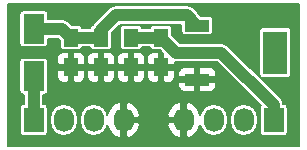
<source format=gbl>
G04 #@! TF.FileFunction,Copper,L2,Bot,Signal*
%FSLAX46Y46*%
G04 Gerber Fmt 4.6, Leading zero omitted, Abs format (unit mm)*
G04 Created by KiCad (PCBNEW 4.0.0-1rc2.201511201506+6189~38~ubuntu14.04.1-stable) date zo 29 nov 2015 16:22:11 CET*
%MOMM*%
G01*
G04 APERTURE LIST*
%ADD10C,0.100000*%
%ADD11R,1.727200X2.032000*%
%ADD12O,1.727200X2.032000*%
%ADD13R,2.032000X3.657600*%
%ADD14R,2.032000X1.016000*%
%ADD15R,1.250000X1.500000*%
%ADD16R,1.800860X2.499360*%
%ADD17C,1.016000*%
%ADD18C,0.127000*%
G04 APERTURE END LIST*
D10*
D11*
X256540000Y-134620000D03*
D12*
X254000000Y-134620000D03*
X251460000Y-134620000D03*
X248920000Y-134620000D03*
D11*
X236220000Y-134620000D03*
D12*
X238760000Y-134620000D03*
X241300000Y-134620000D03*
X243840000Y-134620000D03*
D13*
X256667000Y-128905000D03*
D14*
X250063000Y-128905000D03*
X250063000Y-126619000D03*
X250063000Y-131191000D03*
D15*
X239395000Y-127655000D03*
X239395000Y-130155000D03*
X241935000Y-127655000D03*
X241935000Y-130155000D03*
X244475000Y-127655000D03*
X244475000Y-130155000D03*
X247015000Y-127655000D03*
X247015000Y-130155000D03*
D16*
X236220000Y-126906020D03*
X236220000Y-130903980D03*
D17*
X236220000Y-134620000D02*
X236220000Y-130903980D01*
X247015000Y-127655000D02*
X248265000Y-128905000D01*
X248265000Y-128905000D02*
X250063000Y-128905000D01*
X244475000Y-127655000D02*
X247015000Y-127655000D01*
X256540000Y-134620000D02*
X256540000Y-133350000D01*
X256540000Y-133350000D02*
X252095000Y-128905000D01*
X252095000Y-128905000D02*
X250063000Y-128905000D01*
X241935000Y-127655000D02*
X241935000Y-127000000D01*
X241935000Y-127000000D02*
X243205000Y-125730000D01*
X249174000Y-125730000D02*
X250063000Y-126619000D01*
X243205000Y-125730000D02*
X249174000Y-125730000D01*
X239395000Y-127655000D02*
X241935000Y-127655000D01*
X236220000Y-126906020D02*
X238646020Y-126906020D01*
X238646020Y-126906020D02*
X239395000Y-127655000D01*
D18*
G36*
X258712500Y-136792500D02*
X234047500Y-136792500D01*
X234047500Y-129654300D01*
X234995850Y-129654300D01*
X234995850Y-132153660D01*
X235017989Y-132271318D01*
X235087525Y-132379381D01*
X235193625Y-132451875D01*
X235319570Y-132477380D01*
X235394500Y-132477380D01*
X235394500Y-133280280D01*
X235356400Y-133280280D01*
X235238742Y-133302419D01*
X235130679Y-133371955D01*
X235058185Y-133478055D01*
X235032680Y-133604000D01*
X235032680Y-135636000D01*
X235054819Y-135753658D01*
X235124355Y-135861721D01*
X235230455Y-135934215D01*
X235356400Y-135959720D01*
X237083600Y-135959720D01*
X237201258Y-135937581D01*
X237309321Y-135868045D01*
X237381815Y-135761945D01*
X237407320Y-135636000D01*
X237407320Y-134441475D01*
X237578900Y-134441475D01*
X237578900Y-134798525D01*
X237668806Y-135250512D01*
X237924836Y-135633689D01*
X238308013Y-135889719D01*
X238760000Y-135979625D01*
X239211987Y-135889719D01*
X239595164Y-135633689D01*
X239851194Y-135250512D01*
X239941100Y-134798525D01*
X239941100Y-134441475D01*
X240118900Y-134441475D01*
X240118900Y-134798525D01*
X240208806Y-135250512D01*
X240464836Y-135633689D01*
X240848013Y-135889719D01*
X241300000Y-135979625D01*
X241751987Y-135889719D01*
X242135164Y-135633689D01*
X242391194Y-135250512D01*
X242433167Y-135039498D01*
X242638438Y-135553403D01*
X243028778Y-135953771D01*
X243429333Y-136147487D01*
X243649500Y-136050506D01*
X243649500Y-134810500D01*
X244030500Y-134810500D01*
X244030500Y-136050506D01*
X244250667Y-136147487D01*
X244651222Y-135953771D01*
X245041562Y-135553403D01*
X245248975Y-135034135D01*
X247511025Y-135034135D01*
X247718438Y-135553403D01*
X248108778Y-135953771D01*
X248509333Y-136147487D01*
X248729500Y-136050506D01*
X248729500Y-134810500D01*
X247630303Y-134810500D01*
X247511025Y-135034135D01*
X245248975Y-135034135D01*
X245129697Y-134810500D01*
X244030500Y-134810500D01*
X243649500Y-134810500D01*
X243629500Y-134810500D01*
X243629500Y-134429500D01*
X243649500Y-134429500D01*
X243649500Y-133189494D01*
X244030500Y-133189494D01*
X244030500Y-134429500D01*
X245129697Y-134429500D01*
X245248975Y-134205865D01*
X247511025Y-134205865D01*
X247630303Y-134429500D01*
X248729500Y-134429500D01*
X248729500Y-133189494D01*
X249110500Y-133189494D01*
X249110500Y-134429500D01*
X249130500Y-134429500D01*
X249130500Y-134810500D01*
X249110500Y-134810500D01*
X249110500Y-136050506D01*
X249330667Y-136147487D01*
X249731222Y-135953771D01*
X250121562Y-135553403D01*
X250326833Y-135039498D01*
X250368806Y-135250512D01*
X250624836Y-135633689D01*
X251008013Y-135889719D01*
X251460000Y-135979625D01*
X251911987Y-135889719D01*
X252295164Y-135633689D01*
X252551194Y-135250512D01*
X252641100Y-134798525D01*
X252641100Y-134441475D01*
X252818900Y-134441475D01*
X252818900Y-134798525D01*
X252908806Y-135250512D01*
X253164836Y-135633689D01*
X253548013Y-135889719D01*
X254000000Y-135979625D01*
X254451987Y-135889719D01*
X254835164Y-135633689D01*
X255091194Y-135250512D01*
X255181100Y-134798525D01*
X255181100Y-134441475D01*
X255091194Y-133989488D01*
X254835164Y-133606311D01*
X254451987Y-133350281D01*
X254000000Y-133260375D01*
X253548013Y-133350281D01*
X253164836Y-133606311D01*
X252908806Y-133989488D01*
X252818900Y-134441475D01*
X252641100Y-134441475D01*
X252551194Y-133989488D01*
X252295164Y-133606311D01*
X251911987Y-133350281D01*
X251460000Y-133260375D01*
X251008013Y-133350281D01*
X250624836Y-133606311D01*
X250368806Y-133989488D01*
X250326833Y-134200502D01*
X250121562Y-133686597D01*
X249731222Y-133286229D01*
X249330667Y-133092513D01*
X249110500Y-133189494D01*
X248729500Y-133189494D01*
X248509333Y-133092513D01*
X248108778Y-133286229D01*
X247718438Y-133686597D01*
X247511025Y-134205865D01*
X245248975Y-134205865D01*
X245041562Y-133686597D01*
X244651222Y-133286229D01*
X244250667Y-133092513D01*
X244030500Y-133189494D01*
X243649500Y-133189494D01*
X243429333Y-133092513D01*
X243028778Y-133286229D01*
X242638438Y-133686597D01*
X242433167Y-134200502D01*
X242391194Y-133989488D01*
X242135164Y-133606311D01*
X241751987Y-133350281D01*
X241300000Y-133260375D01*
X240848013Y-133350281D01*
X240464836Y-133606311D01*
X240208806Y-133989488D01*
X240118900Y-134441475D01*
X239941100Y-134441475D01*
X239851194Y-133989488D01*
X239595164Y-133606311D01*
X239211987Y-133350281D01*
X238760000Y-133260375D01*
X238308013Y-133350281D01*
X237924836Y-133606311D01*
X237668806Y-133989488D01*
X237578900Y-134441475D01*
X237407320Y-134441475D01*
X237407320Y-133604000D01*
X237385181Y-133486342D01*
X237315645Y-133378279D01*
X237209545Y-133305785D01*
X237083600Y-133280280D01*
X237045500Y-133280280D01*
X237045500Y-132477380D01*
X237120430Y-132477380D01*
X237238088Y-132455241D01*
X237346151Y-132385705D01*
X237418645Y-132279605D01*
X237444150Y-132153660D01*
X237444150Y-131524375D01*
X248475500Y-131524375D01*
X248475500Y-131812678D01*
X248562506Y-132022728D01*
X248723271Y-132183494D01*
X248933321Y-132270500D01*
X249729625Y-132270500D01*
X249872500Y-132127625D01*
X249872500Y-131381500D01*
X250253500Y-131381500D01*
X250253500Y-132127625D01*
X250396375Y-132270500D01*
X251192679Y-132270500D01*
X251402729Y-132183494D01*
X251563494Y-132022728D01*
X251650500Y-131812678D01*
X251650500Y-131524375D01*
X251507625Y-131381500D01*
X250253500Y-131381500D01*
X249872500Y-131381500D01*
X248618375Y-131381500D01*
X248475500Y-131524375D01*
X237444150Y-131524375D01*
X237444150Y-130488375D01*
X238198500Y-130488375D01*
X238198500Y-131018678D01*
X238285506Y-131228728D01*
X238446271Y-131389494D01*
X238656321Y-131476500D01*
X239061625Y-131476500D01*
X239204500Y-131333625D01*
X239204500Y-130345500D01*
X239585500Y-130345500D01*
X239585500Y-131333625D01*
X239728375Y-131476500D01*
X240133679Y-131476500D01*
X240343729Y-131389494D01*
X240504494Y-131228728D01*
X240591500Y-131018678D01*
X240591500Y-130488375D01*
X240738500Y-130488375D01*
X240738500Y-131018678D01*
X240825506Y-131228728D01*
X240986271Y-131389494D01*
X241196321Y-131476500D01*
X241601625Y-131476500D01*
X241744500Y-131333625D01*
X241744500Y-130345500D01*
X242125500Y-130345500D01*
X242125500Y-131333625D01*
X242268375Y-131476500D01*
X242673679Y-131476500D01*
X242883729Y-131389494D01*
X243044494Y-131228728D01*
X243131500Y-131018678D01*
X243131500Y-130488375D01*
X243278500Y-130488375D01*
X243278500Y-131018678D01*
X243365506Y-131228728D01*
X243526271Y-131389494D01*
X243736321Y-131476500D01*
X244141625Y-131476500D01*
X244284500Y-131333625D01*
X244284500Y-130345500D01*
X244665500Y-130345500D01*
X244665500Y-131333625D01*
X244808375Y-131476500D01*
X245213679Y-131476500D01*
X245423729Y-131389494D01*
X245584494Y-131228728D01*
X245671500Y-131018678D01*
X245671500Y-130488375D01*
X245818500Y-130488375D01*
X245818500Y-131018678D01*
X245905506Y-131228728D01*
X246066271Y-131389494D01*
X246276321Y-131476500D01*
X246681625Y-131476500D01*
X246824500Y-131333625D01*
X246824500Y-130345500D01*
X247205500Y-130345500D01*
X247205500Y-131333625D01*
X247348375Y-131476500D01*
X247753679Y-131476500D01*
X247963729Y-131389494D01*
X248124494Y-131228728D01*
X248211500Y-131018678D01*
X248211500Y-130569322D01*
X248475500Y-130569322D01*
X248475500Y-130857625D01*
X248618375Y-131000500D01*
X249872500Y-131000500D01*
X249872500Y-130254375D01*
X250253500Y-130254375D01*
X250253500Y-131000500D01*
X251507625Y-131000500D01*
X251650500Y-130857625D01*
X251650500Y-130569322D01*
X251563494Y-130359272D01*
X251402729Y-130198506D01*
X251192679Y-130111500D01*
X250396375Y-130111500D01*
X250253500Y-130254375D01*
X249872500Y-130254375D01*
X249729625Y-130111500D01*
X248933321Y-130111500D01*
X248723271Y-130198506D01*
X248562506Y-130359272D01*
X248475500Y-130569322D01*
X248211500Y-130569322D01*
X248211500Y-130488375D01*
X248068625Y-130345500D01*
X247205500Y-130345500D01*
X246824500Y-130345500D01*
X245961375Y-130345500D01*
X245818500Y-130488375D01*
X245671500Y-130488375D01*
X245528625Y-130345500D01*
X244665500Y-130345500D01*
X244284500Y-130345500D01*
X243421375Y-130345500D01*
X243278500Y-130488375D01*
X243131500Y-130488375D01*
X242988625Y-130345500D01*
X242125500Y-130345500D01*
X241744500Y-130345500D01*
X240881375Y-130345500D01*
X240738500Y-130488375D01*
X240591500Y-130488375D01*
X240448625Y-130345500D01*
X239585500Y-130345500D01*
X239204500Y-130345500D01*
X238341375Y-130345500D01*
X238198500Y-130488375D01*
X237444150Y-130488375D01*
X237444150Y-129654300D01*
X237422011Y-129536642D01*
X237352475Y-129428579D01*
X237246375Y-129356085D01*
X237120430Y-129330580D01*
X235319570Y-129330580D01*
X235201912Y-129352719D01*
X235093849Y-129422255D01*
X235021355Y-129528355D01*
X234995850Y-129654300D01*
X234047500Y-129654300D01*
X234047500Y-129291322D01*
X238198500Y-129291322D01*
X238198500Y-129821625D01*
X238341375Y-129964500D01*
X239204500Y-129964500D01*
X239204500Y-128976375D01*
X239585500Y-128976375D01*
X239585500Y-129964500D01*
X240448625Y-129964500D01*
X240591500Y-129821625D01*
X240591500Y-129291322D01*
X240738500Y-129291322D01*
X240738500Y-129821625D01*
X240881375Y-129964500D01*
X241744500Y-129964500D01*
X241744500Y-128976375D01*
X242125500Y-128976375D01*
X242125500Y-129964500D01*
X242988625Y-129964500D01*
X243131500Y-129821625D01*
X243131500Y-129291322D01*
X243278500Y-129291322D01*
X243278500Y-129821625D01*
X243421375Y-129964500D01*
X244284500Y-129964500D01*
X244284500Y-128976375D01*
X244665500Y-128976375D01*
X244665500Y-129964500D01*
X245528625Y-129964500D01*
X245671500Y-129821625D01*
X245671500Y-129291322D01*
X245818500Y-129291322D01*
X245818500Y-129821625D01*
X245961375Y-129964500D01*
X246824500Y-129964500D01*
X246824500Y-128976375D01*
X246681625Y-128833500D01*
X246276321Y-128833500D01*
X246066271Y-128920506D01*
X245905506Y-129081272D01*
X245818500Y-129291322D01*
X245671500Y-129291322D01*
X245584494Y-129081272D01*
X245423729Y-128920506D01*
X245213679Y-128833500D01*
X244808375Y-128833500D01*
X244665500Y-128976375D01*
X244284500Y-128976375D01*
X244141625Y-128833500D01*
X243736321Y-128833500D01*
X243526271Y-128920506D01*
X243365506Y-129081272D01*
X243278500Y-129291322D01*
X243131500Y-129291322D01*
X243044494Y-129081272D01*
X242883729Y-128920506D01*
X242673679Y-128833500D01*
X242268375Y-128833500D01*
X242125500Y-128976375D01*
X241744500Y-128976375D01*
X241601625Y-128833500D01*
X241196321Y-128833500D01*
X240986271Y-128920506D01*
X240825506Y-129081272D01*
X240738500Y-129291322D01*
X240591500Y-129291322D01*
X240504494Y-129081272D01*
X240343729Y-128920506D01*
X240133679Y-128833500D01*
X239728375Y-128833500D01*
X239585500Y-128976375D01*
X239204500Y-128976375D01*
X239061625Y-128833500D01*
X238656321Y-128833500D01*
X238446271Y-128920506D01*
X238285506Y-129081272D01*
X238198500Y-129291322D01*
X234047500Y-129291322D01*
X234047500Y-125656340D01*
X234995850Y-125656340D01*
X234995850Y-128155700D01*
X235017989Y-128273358D01*
X235087525Y-128381421D01*
X235193625Y-128453915D01*
X235319570Y-128479420D01*
X237120430Y-128479420D01*
X237238088Y-128457281D01*
X237346151Y-128387745D01*
X237418645Y-128281645D01*
X237444150Y-128155700D01*
X237444150Y-127731520D01*
X238304086Y-127731520D01*
X238446280Y-127873713D01*
X238446280Y-128405000D01*
X238468419Y-128522658D01*
X238537955Y-128630721D01*
X238644055Y-128703215D01*
X238770000Y-128728720D01*
X240020000Y-128728720D01*
X240137658Y-128706581D01*
X240245721Y-128637045D01*
X240318215Y-128530945D01*
X240328431Y-128480500D01*
X241000486Y-128480500D01*
X241008419Y-128522658D01*
X241077955Y-128630721D01*
X241184055Y-128703215D01*
X241310000Y-128728720D01*
X242560000Y-128728720D01*
X242677658Y-128706581D01*
X242785721Y-128637045D01*
X242858215Y-128530945D01*
X242883720Y-128405000D01*
X242883720Y-127218714D01*
X243197433Y-126905000D01*
X243526280Y-126905000D01*
X243526280Y-128405000D01*
X243548419Y-128522658D01*
X243617955Y-128630721D01*
X243724055Y-128703215D01*
X243850000Y-128728720D01*
X245100000Y-128728720D01*
X245217658Y-128706581D01*
X245325721Y-128637045D01*
X245398215Y-128530945D01*
X245408431Y-128480500D01*
X246080486Y-128480500D01*
X246088419Y-128522658D01*
X246157955Y-128630721D01*
X246264055Y-128703215D01*
X246390000Y-128728720D01*
X246921286Y-128728720D01*
X247205500Y-129012934D01*
X247205500Y-129964500D01*
X248068625Y-129964500D01*
X248211500Y-129821625D01*
X248211500Y-129719859D01*
X248265000Y-129730501D01*
X248265005Y-129730500D01*
X249016285Y-129730500D01*
X249047000Y-129736720D01*
X251079000Y-129736720D01*
X251112056Y-129730500D01*
X251753066Y-129730500D01*
X255427884Y-133405317D01*
X255378185Y-133478055D01*
X255352680Y-133604000D01*
X255352680Y-135636000D01*
X255374819Y-135753658D01*
X255444355Y-135861721D01*
X255550455Y-135934215D01*
X255676400Y-135959720D01*
X257403600Y-135959720D01*
X257521258Y-135937581D01*
X257629321Y-135868045D01*
X257701815Y-135761945D01*
X257727320Y-135636000D01*
X257727320Y-133604000D01*
X257705181Y-133486342D01*
X257635645Y-133378279D01*
X257529545Y-133305785D01*
X257403600Y-133280280D01*
X257351632Y-133280280D01*
X257302663Y-133034095D01*
X257302663Y-133034094D01*
X257230987Y-132926824D01*
X257123717Y-132766283D01*
X257123714Y-132766281D01*
X252678717Y-128321283D01*
X252410906Y-128142337D01*
X252095000Y-128079500D01*
X251109715Y-128079500D01*
X251079000Y-128073280D01*
X249047000Y-128073280D01*
X249013944Y-128079500D01*
X248606934Y-128079500D01*
X247963720Y-127436286D01*
X247963720Y-126905000D01*
X247941581Y-126787342D01*
X247872045Y-126679279D01*
X247765945Y-126606785D01*
X247640000Y-126581280D01*
X246390000Y-126581280D01*
X246272342Y-126603419D01*
X246164279Y-126672955D01*
X246091785Y-126779055D01*
X246081569Y-126829500D01*
X245409514Y-126829500D01*
X245401581Y-126787342D01*
X245332045Y-126679279D01*
X245225945Y-126606785D01*
X245100000Y-126581280D01*
X243850000Y-126581280D01*
X243732342Y-126603419D01*
X243624279Y-126672955D01*
X243551785Y-126779055D01*
X243526280Y-126905000D01*
X243197433Y-126905000D01*
X243546933Y-126555500D01*
X248723280Y-126555500D01*
X248723280Y-127127000D01*
X248745419Y-127244658D01*
X248814955Y-127352721D01*
X248921055Y-127425215D01*
X249047000Y-127450720D01*
X251079000Y-127450720D01*
X251196658Y-127428581D01*
X251304721Y-127359045D01*
X251377215Y-127252945D01*
X251402720Y-127127000D01*
X251402720Y-127076200D01*
X255327280Y-127076200D01*
X255327280Y-130733800D01*
X255349419Y-130851458D01*
X255418955Y-130959521D01*
X255525055Y-131032015D01*
X255651000Y-131057520D01*
X257683000Y-131057520D01*
X257800658Y-131035381D01*
X257908721Y-130965845D01*
X257981215Y-130859745D01*
X258006720Y-130733800D01*
X258006720Y-127076200D01*
X257984581Y-126958542D01*
X257915045Y-126850479D01*
X257808945Y-126777985D01*
X257683000Y-126752480D01*
X255651000Y-126752480D01*
X255533342Y-126774619D01*
X255425279Y-126844155D01*
X255352785Y-126950255D01*
X255327280Y-127076200D01*
X251402720Y-127076200D01*
X251402720Y-126111000D01*
X251380581Y-125993342D01*
X251311045Y-125885279D01*
X251204945Y-125812785D01*
X251079000Y-125787280D01*
X250398714Y-125787280D01*
X249757717Y-125146283D01*
X249489906Y-124967337D01*
X249174000Y-124904500D01*
X243205000Y-124904500D01*
X242889094Y-124967337D01*
X242781824Y-125039013D01*
X242621283Y-125146283D01*
X242621281Y-125146286D01*
X241351283Y-126416283D01*
X241231118Y-126596123D01*
X241192342Y-126603419D01*
X241084279Y-126672955D01*
X241011785Y-126779055D01*
X241001569Y-126829500D01*
X240329514Y-126829500D01*
X240321581Y-126787342D01*
X240252045Y-126679279D01*
X240145945Y-126606785D01*
X240020000Y-126581280D01*
X239488714Y-126581280D01*
X239229737Y-126322303D01*
X238961926Y-126143357D01*
X238646020Y-126080520D01*
X237444150Y-126080520D01*
X237444150Y-125656340D01*
X237422011Y-125538682D01*
X237352475Y-125430619D01*
X237246375Y-125358125D01*
X237120430Y-125332620D01*
X235319570Y-125332620D01*
X235201912Y-125354759D01*
X235093849Y-125424295D01*
X235021355Y-125530395D01*
X234995850Y-125656340D01*
X234047500Y-125656340D01*
X234047500Y-124827500D01*
X258712500Y-124827500D01*
X258712500Y-136792500D01*
X258712500Y-136792500D01*
G37*
X258712500Y-136792500D02*
X234047500Y-136792500D01*
X234047500Y-129654300D01*
X234995850Y-129654300D01*
X234995850Y-132153660D01*
X235017989Y-132271318D01*
X235087525Y-132379381D01*
X235193625Y-132451875D01*
X235319570Y-132477380D01*
X235394500Y-132477380D01*
X235394500Y-133280280D01*
X235356400Y-133280280D01*
X235238742Y-133302419D01*
X235130679Y-133371955D01*
X235058185Y-133478055D01*
X235032680Y-133604000D01*
X235032680Y-135636000D01*
X235054819Y-135753658D01*
X235124355Y-135861721D01*
X235230455Y-135934215D01*
X235356400Y-135959720D01*
X237083600Y-135959720D01*
X237201258Y-135937581D01*
X237309321Y-135868045D01*
X237381815Y-135761945D01*
X237407320Y-135636000D01*
X237407320Y-134441475D01*
X237578900Y-134441475D01*
X237578900Y-134798525D01*
X237668806Y-135250512D01*
X237924836Y-135633689D01*
X238308013Y-135889719D01*
X238760000Y-135979625D01*
X239211987Y-135889719D01*
X239595164Y-135633689D01*
X239851194Y-135250512D01*
X239941100Y-134798525D01*
X239941100Y-134441475D01*
X240118900Y-134441475D01*
X240118900Y-134798525D01*
X240208806Y-135250512D01*
X240464836Y-135633689D01*
X240848013Y-135889719D01*
X241300000Y-135979625D01*
X241751987Y-135889719D01*
X242135164Y-135633689D01*
X242391194Y-135250512D01*
X242433167Y-135039498D01*
X242638438Y-135553403D01*
X243028778Y-135953771D01*
X243429333Y-136147487D01*
X243649500Y-136050506D01*
X243649500Y-134810500D01*
X244030500Y-134810500D01*
X244030500Y-136050506D01*
X244250667Y-136147487D01*
X244651222Y-135953771D01*
X245041562Y-135553403D01*
X245248975Y-135034135D01*
X247511025Y-135034135D01*
X247718438Y-135553403D01*
X248108778Y-135953771D01*
X248509333Y-136147487D01*
X248729500Y-136050506D01*
X248729500Y-134810500D01*
X247630303Y-134810500D01*
X247511025Y-135034135D01*
X245248975Y-135034135D01*
X245129697Y-134810500D01*
X244030500Y-134810500D01*
X243649500Y-134810500D01*
X243629500Y-134810500D01*
X243629500Y-134429500D01*
X243649500Y-134429500D01*
X243649500Y-133189494D01*
X244030500Y-133189494D01*
X244030500Y-134429500D01*
X245129697Y-134429500D01*
X245248975Y-134205865D01*
X247511025Y-134205865D01*
X247630303Y-134429500D01*
X248729500Y-134429500D01*
X248729500Y-133189494D01*
X249110500Y-133189494D01*
X249110500Y-134429500D01*
X249130500Y-134429500D01*
X249130500Y-134810500D01*
X249110500Y-134810500D01*
X249110500Y-136050506D01*
X249330667Y-136147487D01*
X249731222Y-135953771D01*
X250121562Y-135553403D01*
X250326833Y-135039498D01*
X250368806Y-135250512D01*
X250624836Y-135633689D01*
X251008013Y-135889719D01*
X251460000Y-135979625D01*
X251911987Y-135889719D01*
X252295164Y-135633689D01*
X252551194Y-135250512D01*
X252641100Y-134798525D01*
X252641100Y-134441475D01*
X252818900Y-134441475D01*
X252818900Y-134798525D01*
X252908806Y-135250512D01*
X253164836Y-135633689D01*
X253548013Y-135889719D01*
X254000000Y-135979625D01*
X254451987Y-135889719D01*
X254835164Y-135633689D01*
X255091194Y-135250512D01*
X255181100Y-134798525D01*
X255181100Y-134441475D01*
X255091194Y-133989488D01*
X254835164Y-133606311D01*
X254451987Y-133350281D01*
X254000000Y-133260375D01*
X253548013Y-133350281D01*
X253164836Y-133606311D01*
X252908806Y-133989488D01*
X252818900Y-134441475D01*
X252641100Y-134441475D01*
X252551194Y-133989488D01*
X252295164Y-133606311D01*
X251911987Y-133350281D01*
X251460000Y-133260375D01*
X251008013Y-133350281D01*
X250624836Y-133606311D01*
X250368806Y-133989488D01*
X250326833Y-134200502D01*
X250121562Y-133686597D01*
X249731222Y-133286229D01*
X249330667Y-133092513D01*
X249110500Y-133189494D01*
X248729500Y-133189494D01*
X248509333Y-133092513D01*
X248108778Y-133286229D01*
X247718438Y-133686597D01*
X247511025Y-134205865D01*
X245248975Y-134205865D01*
X245041562Y-133686597D01*
X244651222Y-133286229D01*
X244250667Y-133092513D01*
X244030500Y-133189494D01*
X243649500Y-133189494D01*
X243429333Y-133092513D01*
X243028778Y-133286229D01*
X242638438Y-133686597D01*
X242433167Y-134200502D01*
X242391194Y-133989488D01*
X242135164Y-133606311D01*
X241751987Y-133350281D01*
X241300000Y-133260375D01*
X240848013Y-133350281D01*
X240464836Y-133606311D01*
X240208806Y-133989488D01*
X240118900Y-134441475D01*
X239941100Y-134441475D01*
X239851194Y-133989488D01*
X239595164Y-133606311D01*
X239211987Y-133350281D01*
X238760000Y-133260375D01*
X238308013Y-133350281D01*
X237924836Y-133606311D01*
X237668806Y-133989488D01*
X237578900Y-134441475D01*
X237407320Y-134441475D01*
X237407320Y-133604000D01*
X237385181Y-133486342D01*
X237315645Y-133378279D01*
X237209545Y-133305785D01*
X237083600Y-133280280D01*
X237045500Y-133280280D01*
X237045500Y-132477380D01*
X237120430Y-132477380D01*
X237238088Y-132455241D01*
X237346151Y-132385705D01*
X237418645Y-132279605D01*
X237444150Y-132153660D01*
X237444150Y-131524375D01*
X248475500Y-131524375D01*
X248475500Y-131812678D01*
X248562506Y-132022728D01*
X248723271Y-132183494D01*
X248933321Y-132270500D01*
X249729625Y-132270500D01*
X249872500Y-132127625D01*
X249872500Y-131381500D01*
X250253500Y-131381500D01*
X250253500Y-132127625D01*
X250396375Y-132270500D01*
X251192679Y-132270500D01*
X251402729Y-132183494D01*
X251563494Y-132022728D01*
X251650500Y-131812678D01*
X251650500Y-131524375D01*
X251507625Y-131381500D01*
X250253500Y-131381500D01*
X249872500Y-131381500D01*
X248618375Y-131381500D01*
X248475500Y-131524375D01*
X237444150Y-131524375D01*
X237444150Y-130488375D01*
X238198500Y-130488375D01*
X238198500Y-131018678D01*
X238285506Y-131228728D01*
X238446271Y-131389494D01*
X238656321Y-131476500D01*
X239061625Y-131476500D01*
X239204500Y-131333625D01*
X239204500Y-130345500D01*
X239585500Y-130345500D01*
X239585500Y-131333625D01*
X239728375Y-131476500D01*
X240133679Y-131476500D01*
X240343729Y-131389494D01*
X240504494Y-131228728D01*
X240591500Y-131018678D01*
X240591500Y-130488375D01*
X240738500Y-130488375D01*
X240738500Y-131018678D01*
X240825506Y-131228728D01*
X240986271Y-131389494D01*
X241196321Y-131476500D01*
X241601625Y-131476500D01*
X241744500Y-131333625D01*
X241744500Y-130345500D01*
X242125500Y-130345500D01*
X242125500Y-131333625D01*
X242268375Y-131476500D01*
X242673679Y-131476500D01*
X242883729Y-131389494D01*
X243044494Y-131228728D01*
X243131500Y-131018678D01*
X243131500Y-130488375D01*
X243278500Y-130488375D01*
X243278500Y-131018678D01*
X243365506Y-131228728D01*
X243526271Y-131389494D01*
X243736321Y-131476500D01*
X244141625Y-131476500D01*
X244284500Y-131333625D01*
X244284500Y-130345500D01*
X244665500Y-130345500D01*
X244665500Y-131333625D01*
X244808375Y-131476500D01*
X245213679Y-131476500D01*
X245423729Y-131389494D01*
X245584494Y-131228728D01*
X245671500Y-131018678D01*
X245671500Y-130488375D01*
X245818500Y-130488375D01*
X245818500Y-131018678D01*
X245905506Y-131228728D01*
X246066271Y-131389494D01*
X246276321Y-131476500D01*
X246681625Y-131476500D01*
X246824500Y-131333625D01*
X246824500Y-130345500D01*
X247205500Y-130345500D01*
X247205500Y-131333625D01*
X247348375Y-131476500D01*
X247753679Y-131476500D01*
X247963729Y-131389494D01*
X248124494Y-131228728D01*
X248211500Y-131018678D01*
X248211500Y-130569322D01*
X248475500Y-130569322D01*
X248475500Y-130857625D01*
X248618375Y-131000500D01*
X249872500Y-131000500D01*
X249872500Y-130254375D01*
X250253500Y-130254375D01*
X250253500Y-131000500D01*
X251507625Y-131000500D01*
X251650500Y-130857625D01*
X251650500Y-130569322D01*
X251563494Y-130359272D01*
X251402729Y-130198506D01*
X251192679Y-130111500D01*
X250396375Y-130111500D01*
X250253500Y-130254375D01*
X249872500Y-130254375D01*
X249729625Y-130111500D01*
X248933321Y-130111500D01*
X248723271Y-130198506D01*
X248562506Y-130359272D01*
X248475500Y-130569322D01*
X248211500Y-130569322D01*
X248211500Y-130488375D01*
X248068625Y-130345500D01*
X247205500Y-130345500D01*
X246824500Y-130345500D01*
X245961375Y-130345500D01*
X245818500Y-130488375D01*
X245671500Y-130488375D01*
X245528625Y-130345500D01*
X244665500Y-130345500D01*
X244284500Y-130345500D01*
X243421375Y-130345500D01*
X243278500Y-130488375D01*
X243131500Y-130488375D01*
X242988625Y-130345500D01*
X242125500Y-130345500D01*
X241744500Y-130345500D01*
X240881375Y-130345500D01*
X240738500Y-130488375D01*
X240591500Y-130488375D01*
X240448625Y-130345500D01*
X239585500Y-130345500D01*
X239204500Y-130345500D01*
X238341375Y-130345500D01*
X238198500Y-130488375D01*
X237444150Y-130488375D01*
X237444150Y-129654300D01*
X237422011Y-129536642D01*
X237352475Y-129428579D01*
X237246375Y-129356085D01*
X237120430Y-129330580D01*
X235319570Y-129330580D01*
X235201912Y-129352719D01*
X235093849Y-129422255D01*
X235021355Y-129528355D01*
X234995850Y-129654300D01*
X234047500Y-129654300D01*
X234047500Y-129291322D01*
X238198500Y-129291322D01*
X238198500Y-129821625D01*
X238341375Y-129964500D01*
X239204500Y-129964500D01*
X239204500Y-128976375D01*
X239585500Y-128976375D01*
X239585500Y-129964500D01*
X240448625Y-129964500D01*
X240591500Y-129821625D01*
X240591500Y-129291322D01*
X240738500Y-129291322D01*
X240738500Y-129821625D01*
X240881375Y-129964500D01*
X241744500Y-129964500D01*
X241744500Y-128976375D01*
X242125500Y-128976375D01*
X242125500Y-129964500D01*
X242988625Y-129964500D01*
X243131500Y-129821625D01*
X243131500Y-129291322D01*
X243278500Y-129291322D01*
X243278500Y-129821625D01*
X243421375Y-129964500D01*
X244284500Y-129964500D01*
X244284500Y-128976375D01*
X244665500Y-128976375D01*
X244665500Y-129964500D01*
X245528625Y-129964500D01*
X245671500Y-129821625D01*
X245671500Y-129291322D01*
X245818500Y-129291322D01*
X245818500Y-129821625D01*
X245961375Y-129964500D01*
X246824500Y-129964500D01*
X246824500Y-128976375D01*
X246681625Y-128833500D01*
X246276321Y-128833500D01*
X246066271Y-128920506D01*
X245905506Y-129081272D01*
X245818500Y-129291322D01*
X245671500Y-129291322D01*
X245584494Y-129081272D01*
X245423729Y-128920506D01*
X245213679Y-128833500D01*
X244808375Y-128833500D01*
X244665500Y-128976375D01*
X244284500Y-128976375D01*
X244141625Y-128833500D01*
X243736321Y-128833500D01*
X243526271Y-128920506D01*
X243365506Y-129081272D01*
X243278500Y-129291322D01*
X243131500Y-129291322D01*
X243044494Y-129081272D01*
X242883729Y-128920506D01*
X242673679Y-128833500D01*
X242268375Y-128833500D01*
X242125500Y-128976375D01*
X241744500Y-128976375D01*
X241601625Y-128833500D01*
X241196321Y-128833500D01*
X240986271Y-128920506D01*
X240825506Y-129081272D01*
X240738500Y-129291322D01*
X240591500Y-129291322D01*
X240504494Y-129081272D01*
X240343729Y-128920506D01*
X240133679Y-128833500D01*
X239728375Y-128833500D01*
X239585500Y-128976375D01*
X239204500Y-128976375D01*
X239061625Y-128833500D01*
X238656321Y-128833500D01*
X238446271Y-128920506D01*
X238285506Y-129081272D01*
X238198500Y-129291322D01*
X234047500Y-129291322D01*
X234047500Y-125656340D01*
X234995850Y-125656340D01*
X234995850Y-128155700D01*
X235017989Y-128273358D01*
X235087525Y-128381421D01*
X235193625Y-128453915D01*
X235319570Y-128479420D01*
X237120430Y-128479420D01*
X237238088Y-128457281D01*
X237346151Y-128387745D01*
X237418645Y-128281645D01*
X237444150Y-128155700D01*
X237444150Y-127731520D01*
X238304086Y-127731520D01*
X238446280Y-127873713D01*
X238446280Y-128405000D01*
X238468419Y-128522658D01*
X238537955Y-128630721D01*
X238644055Y-128703215D01*
X238770000Y-128728720D01*
X240020000Y-128728720D01*
X240137658Y-128706581D01*
X240245721Y-128637045D01*
X240318215Y-128530945D01*
X240328431Y-128480500D01*
X241000486Y-128480500D01*
X241008419Y-128522658D01*
X241077955Y-128630721D01*
X241184055Y-128703215D01*
X241310000Y-128728720D01*
X242560000Y-128728720D01*
X242677658Y-128706581D01*
X242785721Y-128637045D01*
X242858215Y-128530945D01*
X242883720Y-128405000D01*
X242883720Y-127218714D01*
X243197433Y-126905000D01*
X243526280Y-126905000D01*
X243526280Y-128405000D01*
X243548419Y-128522658D01*
X243617955Y-128630721D01*
X243724055Y-128703215D01*
X243850000Y-128728720D01*
X245100000Y-128728720D01*
X245217658Y-128706581D01*
X245325721Y-128637045D01*
X245398215Y-128530945D01*
X245408431Y-128480500D01*
X246080486Y-128480500D01*
X246088419Y-128522658D01*
X246157955Y-128630721D01*
X246264055Y-128703215D01*
X246390000Y-128728720D01*
X246921286Y-128728720D01*
X247205500Y-129012934D01*
X247205500Y-129964500D01*
X248068625Y-129964500D01*
X248211500Y-129821625D01*
X248211500Y-129719859D01*
X248265000Y-129730501D01*
X248265005Y-129730500D01*
X249016285Y-129730500D01*
X249047000Y-129736720D01*
X251079000Y-129736720D01*
X251112056Y-129730500D01*
X251753066Y-129730500D01*
X255427884Y-133405317D01*
X255378185Y-133478055D01*
X255352680Y-133604000D01*
X255352680Y-135636000D01*
X255374819Y-135753658D01*
X255444355Y-135861721D01*
X255550455Y-135934215D01*
X255676400Y-135959720D01*
X257403600Y-135959720D01*
X257521258Y-135937581D01*
X257629321Y-135868045D01*
X257701815Y-135761945D01*
X257727320Y-135636000D01*
X257727320Y-133604000D01*
X257705181Y-133486342D01*
X257635645Y-133378279D01*
X257529545Y-133305785D01*
X257403600Y-133280280D01*
X257351632Y-133280280D01*
X257302663Y-133034095D01*
X257302663Y-133034094D01*
X257230987Y-132926824D01*
X257123717Y-132766283D01*
X257123714Y-132766281D01*
X252678717Y-128321283D01*
X252410906Y-128142337D01*
X252095000Y-128079500D01*
X251109715Y-128079500D01*
X251079000Y-128073280D01*
X249047000Y-128073280D01*
X249013944Y-128079500D01*
X248606934Y-128079500D01*
X247963720Y-127436286D01*
X247963720Y-126905000D01*
X247941581Y-126787342D01*
X247872045Y-126679279D01*
X247765945Y-126606785D01*
X247640000Y-126581280D01*
X246390000Y-126581280D01*
X246272342Y-126603419D01*
X246164279Y-126672955D01*
X246091785Y-126779055D01*
X246081569Y-126829500D01*
X245409514Y-126829500D01*
X245401581Y-126787342D01*
X245332045Y-126679279D01*
X245225945Y-126606785D01*
X245100000Y-126581280D01*
X243850000Y-126581280D01*
X243732342Y-126603419D01*
X243624279Y-126672955D01*
X243551785Y-126779055D01*
X243526280Y-126905000D01*
X243197433Y-126905000D01*
X243546933Y-126555500D01*
X248723280Y-126555500D01*
X248723280Y-127127000D01*
X248745419Y-127244658D01*
X248814955Y-127352721D01*
X248921055Y-127425215D01*
X249047000Y-127450720D01*
X251079000Y-127450720D01*
X251196658Y-127428581D01*
X251304721Y-127359045D01*
X251377215Y-127252945D01*
X251402720Y-127127000D01*
X251402720Y-127076200D01*
X255327280Y-127076200D01*
X255327280Y-130733800D01*
X255349419Y-130851458D01*
X255418955Y-130959521D01*
X255525055Y-131032015D01*
X255651000Y-131057520D01*
X257683000Y-131057520D01*
X257800658Y-131035381D01*
X257908721Y-130965845D01*
X257981215Y-130859745D01*
X258006720Y-130733800D01*
X258006720Y-127076200D01*
X257984581Y-126958542D01*
X257915045Y-126850479D01*
X257808945Y-126777985D01*
X257683000Y-126752480D01*
X255651000Y-126752480D01*
X255533342Y-126774619D01*
X255425279Y-126844155D01*
X255352785Y-126950255D01*
X255327280Y-127076200D01*
X251402720Y-127076200D01*
X251402720Y-126111000D01*
X251380581Y-125993342D01*
X251311045Y-125885279D01*
X251204945Y-125812785D01*
X251079000Y-125787280D01*
X250398714Y-125787280D01*
X249757717Y-125146283D01*
X249489906Y-124967337D01*
X249174000Y-124904500D01*
X243205000Y-124904500D01*
X242889094Y-124967337D01*
X242781824Y-125039013D01*
X242621283Y-125146283D01*
X242621281Y-125146286D01*
X241351283Y-126416283D01*
X241231118Y-126596123D01*
X241192342Y-126603419D01*
X241084279Y-126672955D01*
X241011785Y-126779055D01*
X241001569Y-126829500D01*
X240329514Y-126829500D01*
X240321581Y-126787342D01*
X240252045Y-126679279D01*
X240145945Y-126606785D01*
X240020000Y-126581280D01*
X239488714Y-126581280D01*
X239229737Y-126322303D01*
X238961926Y-126143357D01*
X238646020Y-126080520D01*
X237444150Y-126080520D01*
X237444150Y-125656340D01*
X237422011Y-125538682D01*
X237352475Y-125430619D01*
X237246375Y-125358125D01*
X237120430Y-125332620D01*
X235319570Y-125332620D01*
X235201912Y-125354759D01*
X235093849Y-125424295D01*
X235021355Y-125530395D01*
X234995850Y-125656340D01*
X234047500Y-125656340D01*
X234047500Y-124827500D01*
X258712500Y-124827500D01*
X258712500Y-136792500D01*
M02*

</source>
